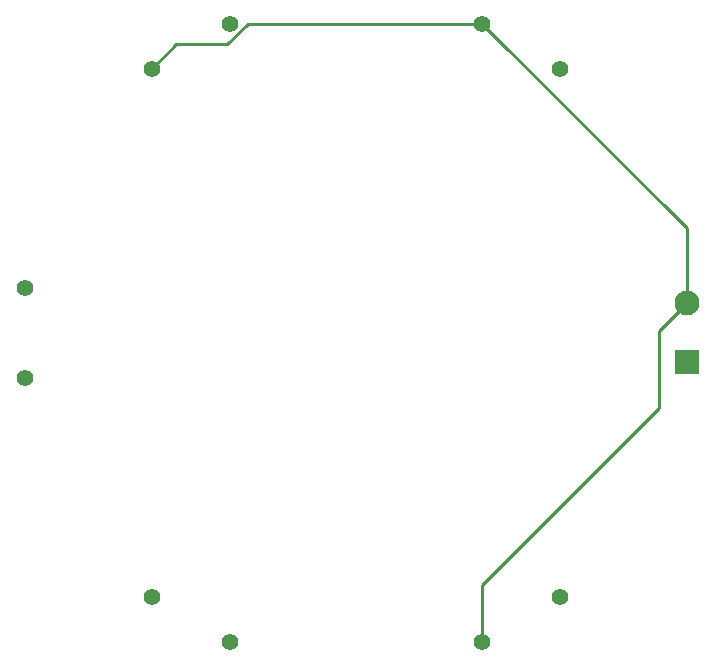
<source format=gbl>
G04*
G04 #@! TF.GenerationSoftware,Altium Limited,Altium Designer,20.0.10 (225)*
G04*
G04 Layer_Physical_Order=2*
G04 Layer_Color=16711680*
%FSLAX25Y25*%
%MOIN*%
G70*
G01*
G75*
%ADD12C,0.01000*%
%ADD46R,0.08268X0.08268*%
%ADD47C,0.08268*%
%ADD48C,0.05512*%
D12*
X219000Y118606D02*
X228346Y127953D01*
X219000Y93000D02*
Y118606D01*
X160238Y15143D02*
Y34238D01*
X219000Y93000D01*
X82001Y221078D02*
X160238D01*
X75238Y214315D02*
X82001Y221078D01*
X58239Y214315D02*
X75238D01*
X50002Y206078D02*
X58239Y214315D01*
X228346Y127953D02*
Y152969D01*
X160238Y221078D02*
X228346Y152969D01*
D46*
Y108268D02*
D03*
D47*
Y127953D02*
D03*
D48*
X160238Y221078D02*
D03*
X186219Y206078D02*
D03*
X160238Y15143D02*
D03*
X186219Y30143D02*
D03*
X75982Y15143D02*
D03*
X50002Y30143D02*
D03*
X7874Y133110D02*
D03*
Y103110D02*
D03*
X50002Y206078D02*
D03*
X75982Y221078D02*
D03*
M02*

</source>
